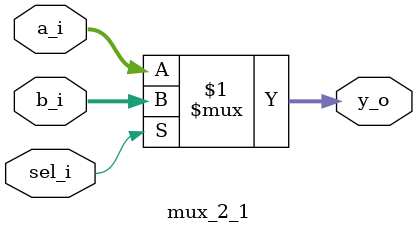
<source format=sv>
`timescale 1ns / 1ps


module mux_2_1(
    input logic [7:0] a_i,
    input logic [7:0] b_i,
    input logic sel_i,
    output logic [7:0] y_o
    );
    
    assign y_o = sel_i ? b_i : a_i;  
      
endmodule

</source>
